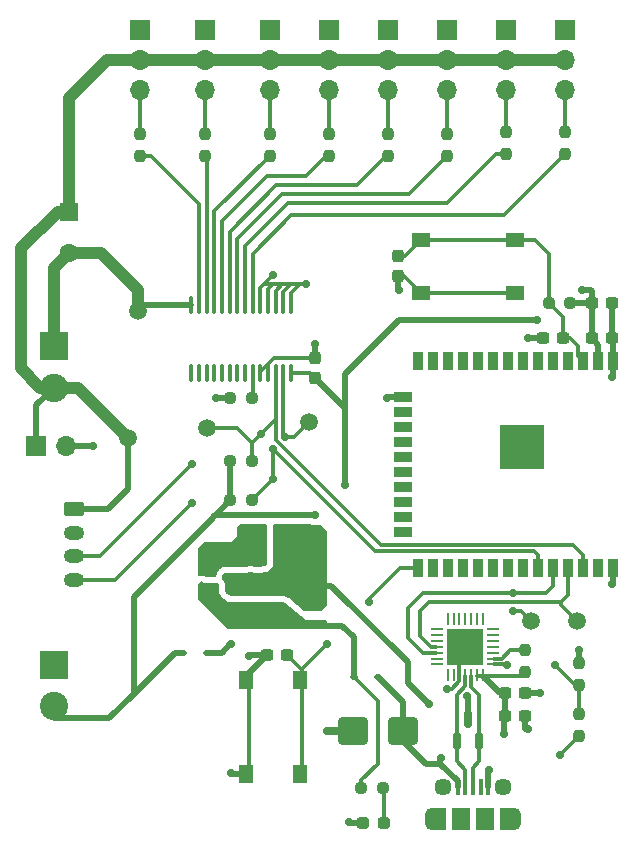
<source format=gbr>
%TF.GenerationSoftware,KiCad,Pcbnew,8.0.4*%
%TF.CreationDate,2024-07-27T14:27:44+01:00*%
%TF.ProjectId,ESP-SPIDER,4553502d-5350-4494-9445-522e6b696361,rev?*%
%TF.SameCoordinates,Original*%
%TF.FileFunction,Copper,L1,Top*%
%TF.FilePolarity,Positive*%
%FSLAX46Y46*%
G04 Gerber Fmt 4.6, Leading zero omitted, Abs format (unit mm)*
G04 Created by KiCad (PCBNEW 8.0.4) date 2024-07-27 14:27:44*
%MOMM*%
%LPD*%
G01*
G04 APERTURE LIST*
G04 Aperture macros list*
%AMRoundRect*
0 Rectangle with rounded corners*
0 $1 Rounding radius*
0 $2 $3 $4 $5 $6 $7 $8 $9 X,Y pos of 4 corners*
0 Add a 4 corners polygon primitive as box body*
4,1,4,$2,$3,$4,$5,$6,$7,$8,$9,$2,$3,0*
0 Add four circle primitives for the rounded corners*
1,1,$1+$1,$2,$3*
1,1,$1+$1,$4,$5*
1,1,$1+$1,$6,$7*
1,1,$1+$1,$8,$9*
0 Add four rect primitives between the rounded corners*
20,1,$1+$1,$2,$3,$4,$5,0*
20,1,$1+$1,$4,$5,$6,$7,0*
20,1,$1+$1,$6,$7,$8,$9,0*
20,1,$1+$1,$8,$9,$2,$3,0*%
G04 Aperture macros list end*
%TA.AperFunction,SMDPad,CuDef*%
%ADD10RoundRect,0.062500X0.062500X-0.412500X0.062500X0.412500X-0.062500X0.412500X-0.062500X-0.412500X0*%
%TD*%
%TA.AperFunction,SMDPad,CuDef*%
%ADD11RoundRect,0.062500X0.412500X-0.062500X0.412500X0.062500X-0.412500X0.062500X-0.412500X-0.062500X0*%
%TD*%
%TA.AperFunction,HeatsinkPad*%
%ADD12R,3.100000X3.100000*%
%TD*%
%TA.AperFunction,ComponentPad*%
%ADD13R,1.700000X1.700000*%
%TD*%
%TA.AperFunction,ComponentPad*%
%ADD14O,1.700000X1.700000*%
%TD*%
%TA.AperFunction,SMDPad,CuDef*%
%ADD15RoundRect,0.250000X-1.000000X-0.900000X1.000000X-0.900000X1.000000X0.900000X-1.000000X0.900000X0*%
%TD*%
%TA.AperFunction,SMDPad,CuDef*%
%ADD16RoundRect,0.112500X-0.187500X-0.112500X0.187500X-0.112500X0.187500X0.112500X-0.187500X0.112500X0*%
%TD*%
%TA.AperFunction,SMDPad,CuDef*%
%ADD17RoundRect,0.150000X0.150000X-0.587500X0.150000X0.587500X-0.150000X0.587500X-0.150000X-0.587500X0*%
%TD*%
%TA.AperFunction,SMDPad,CuDef*%
%ADD18R,0.900000X1.500000*%
%TD*%
%TA.AperFunction,SMDPad,CuDef*%
%ADD19R,1.500000X0.900000*%
%TD*%
%TA.AperFunction,SMDPad,CuDef*%
%ADD20R,0.900000X0.900000*%
%TD*%
%TA.AperFunction,HeatsinkPad*%
%ADD21C,0.600000*%
%TD*%
%TA.AperFunction,SMDPad,CuDef*%
%ADD22R,3.800000X3.800000*%
%TD*%
%TA.AperFunction,SMDPad,CuDef*%
%ADD23RoundRect,0.237500X0.300000X0.237500X-0.300000X0.237500X-0.300000X-0.237500X0.300000X-0.237500X0*%
%TD*%
%TA.AperFunction,SMDPad,CuDef*%
%ADD24RoundRect,0.237500X-0.237500X0.250000X-0.237500X-0.250000X0.237500X-0.250000X0.237500X0.250000X0*%
%TD*%
%TA.AperFunction,SMDPad,CuDef*%
%ADD25C,1.500000*%
%TD*%
%TA.AperFunction,SMDPad,CuDef*%
%ADD26RoundRect,0.237500X0.237500X-0.250000X0.237500X0.250000X-0.237500X0.250000X-0.237500X-0.250000X0*%
%TD*%
%TA.AperFunction,SMDPad,CuDef*%
%ADD27RoundRect,0.100000X-0.100000X0.637500X-0.100000X-0.637500X0.100000X-0.637500X0.100000X0.637500X0*%
%TD*%
%TA.AperFunction,SMDPad,CuDef*%
%ADD28RoundRect,0.237500X-0.250000X-0.237500X0.250000X-0.237500X0.250000X0.237500X-0.250000X0.237500X0*%
%TD*%
%TA.AperFunction,ComponentPad*%
%ADD29R,2.400000X2.400000*%
%TD*%
%TA.AperFunction,ComponentPad*%
%ADD30C,2.400000*%
%TD*%
%TA.AperFunction,SMDPad,CuDef*%
%ADD31RoundRect,0.237500X-0.300000X-0.237500X0.300000X-0.237500X0.300000X0.237500X-0.300000X0.237500X0*%
%TD*%
%TA.AperFunction,ComponentPad*%
%ADD32R,1.600000X1.600000*%
%TD*%
%TA.AperFunction,ComponentPad*%
%ADD33C,1.600000*%
%TD*%
%TA.AperFunction,SMDPad,CuDef*%
%ADD34RoundRect,0.237500X0.250000X0.237500X-0.250000X0.237500X-0.250000X-0.237500X0.250000X-0.237500X0*%
%TD*%
%TA.AperFunction,SMDPad,CuDef*%
%ADD35R,1.300000X1.550000*%
%TD*%
%TA.AperFunction,SMDPad,CuDef*%
%ADD36RoundRect,0.237500X-0.237500X0.300000X-0.237500X-0.300000X0.237500X-0.300000X0.237500X0.300000X0*%
%TD*%
%TA.AperFunction,ComponentPad*%
%ADD37RoundRect,0.250000X-0.625000X0.350000X-0.625000X-0.350000X0.625000X-0.350000X0.625000X0.350000X0*%
%TD*%
%TA.AperFunction,ComponentPad*%
%ADD38O,1.750000X1.200000*%
%TD*%
%TA.AperFunction,SMDPad,CuDef*%
%ADD39RoundRect,0.237500X0.237500X-0.300000X0.237500X0.300000X-0.237500X0.300000X-0.237500X-0.300000X0*%
%TD*%
%TA.AperFunction,SMDPad,CuDef*%
%ADD40RoundRect,0.375000X-0.625000X-0.375000X0.625000X-0.375000X0.625000X0.375000X-0.625000X0.375000X0*%
%TD*%
%TA.AperFunction,SMDPad,CuDef*%
%ADD41RoundRect,0.500000X-0.500000X-1.400000X0.500000X-1.400000X0.500000X1.400000X-0.500000X1.400000X0*%
%TD*%
%TA.AperFunction,SMDPad,CuDef*%
%ADD42R,0.400000X1.350000*%
%TD*%
%TA.AperFunction,ComponentPad*%
%ADD43O,1.200000X1.900000*%
%TD*%
%TA.AperFunction,SMDPad,CuDef*%
%ADD44R,1.200000X1.900000*%
%TD*%
%TA.AperFunction,ComponentPad*%
%ADD45C,1.450000*%
%TD*%
%TA.AperFunction,SMDPad,CuDef*%
%ADD46R,1.500000X1.900000*%
%TD*%
%TA.AperFunction,SMDPad,CuDef*%
%ADD47RoundRect,0.237500X-0.287500X-0.237500X0.287500X-0.237500X0.287500X0.237500X-0.287500X0.237500X0*%
%TD*%
%TA.AperFunction,SMDPad,CuDef*%
%ADD48R,1.550000X1.300000*%
%TD*%
%TA.AperFunction,ViaPad*%
%ADD49C,0.700000*%
%TD*%
%TA.AperFunction,Conductor*%
%ADD50C,0.500000*%
%TD*%
%TA.AperFunction,Conductor*%
%ADD51C,0.300000*%
%TD*%
%TA.AperFunction,Conductor*%
%ADD52C,0.700000*%
%TD*%
%TA.AperFunction,Conductor*%
%ADD53C,1.000000*%
%TD*%
%TA.AperFunction,Conductor*%
%ADD54C,0.200000*%
%TD*%
G04 APERTURE END LIST*
D10*
%TO.P,U2,1,~{DCD}*%
%TO.N,unconnected-(U2-~{DCD}-Pad1)*%
X159564000Y-119411000D03*
%TO.P,U2,2,~{RI}/CLK*%
%TO.N,unconnected-(U2-~{RI}{slash}CLK-Pad2)*%
X160064000Y-119411000D03*
%TO.P,U2,3,GND*%
%TO.N,GND*%
X160564000Y-119411000D03*
%TO.P,U2,4,D+*%
%TO.N,/USB_D-*%
X161064000Y-119411000D03*
%TO.P,U2,5,D-*%
%TO.N,/USB_D+*%
X161564000Y-119411000D03*
%TO.P,U2,6,VDD*%
%TO.N,+3.3VADC*%
X162064000Y-119411000D03*
%TO.P,U2,7,VREGIN*%
X162564000Y-119411000D03*
D11*
%TO.P,U2,8,VBUS*%
%TO.N,Net-(U2-VBUS)*%
X163439000Y-118536000D03*
%TO.P,U2,9,~{RST}*%
%TO.N,Net-(U2-~{RST})*%
X163439000Y-118036000D03*
%TO.P,U2,10,NC*%
%TO.N,unconnected-(U2-NC-Pad10)*%
X163439000Y-117536000D03*
%TO.P,U2,11,~{SUSPEND}*%
%TO.N,unconnected-(U2-~{SUSPEND}-Pad11)*%
X163439000Y-117036000D03*
%TO.P,U2,12,SUSPEND*%
%TO.N,unconnected-(U2-SUSPEND-Pad12)*%
X163439000Y-116536000D03*
%TO.P,U2,13,CHREN*%
%TO.N,unconnected-(U2-CHREN-Pad13)*%
X163439000Y-116036000D03*
%TO.P,U2,14,CHR1*%
%TO.N,unconnected-(U2-CHR1-Pad14)*%
X163439000Y-115536000D03*
D10*
%TO.P,U2,15,CHR0*%
%TO.N,unconnected-(U2-CHR0-Pad15)*%
X162564000Y-114661000D03*
%TO.P,U2,16,~{WAKEUP}/GPIO.3*%
%TO.N,unconnected-(U2-~{WAKEUP}{slash}GPIO.3-Pad16)*%
X162064000Y-114661000D03*
%TO.P,U2,17,RS485/GPIO.2*%
%TO.N,unconnected-(U2-RS485{slash}GPIO.2-Pad17)*%
X161564000Y-114661000D03*
%TO.P,U2,18,~{RXT}/GPIO.1*%
%TO.N,unconnected-(U2-~{RXT}{slash}GPIO.1-Pad18)*%
X161064000Y-114661000D03*
%TO.P,U2,19,~{TXT}/GPIO.0*%
%TO.N,unconnected-(U2-~{TXT}{slash}GPIO.0-Pad19)*%
X160564000Y-114661000D03*
%TO.P,U2,20,GPIO.6*%
%TO.N,unconnected-(U2-GPIO.6-Pad20)*%
X160064000Y-114661000D03*
%TO.P,U2,21,GPIO.5*%
%TO.N,unconnected-(U2-GPIO.5-Pad21)*%
X159564000Y-114661000D03*
D11*
%TO.P,U2,22,GPIO.4*%
%TO.N,unconnected-(U2-GPIO.4-Pad22)*%
X158689000Y-115536000D03*
%TO.P,U2,23,~{CTS}*%
%TO.N,unconnected-(U2-~{CTS}-Pad23)*%
X158689000Y-116036000D03*
%TO.P,U2,24,~{RTS}*%
%TO.N,unconnected-(U2-~{RTS}-Pad24)*%
X158689000Y-116536000D03*
%TO.P,U2,25,RXD*%
%TO.N,/TXD*%
X158689000Y-117036000D03*
%TO.P,U2,26,TXD*%
%TO.N,/RXD*%
X158689000Y-117536000D03*
%TO.P,U2,27,~{DSR}*%
%TO.N,unconnected-(U2-~{DSR}-Pad27)*%
X158689000Y-118036000D03*
%TO.P,U2,28,~{DTR}*%
%TO.N,unconnected-(U2-~{DTR}-Pad28)*%
X158689000Y-118536000D03*
D12*
%TO.P,U2,29,GND*%
%TO.N,GND*%
X161064000Y-117036000D03*
%TD*%
D13*
%TO.P,J13,1,Pin_1*%
%TO.N,+5V*%
X124709000Y-100008000D03*
D14*
%TO.P,J13,2,Pin_2*%
%TO.N,GND*%
X127249000Y-100008000D03*
%TD*%
D15*
%TO.P,D3,1,A1*%
%TO.N,GND*%
X151520000Y-124138000D03*
%TO.P,D3,2,A2*%
%TO.N,Net-(D3-A2)*%
X155820000Y-124138000D03*
%TD*%
D16*
%TO.P,D5,1,K*%
%TO.N,VBUS*%
X151604000Y-119566000D03*
%TO.P,D5,2,A*%
%TO.N,Net-(D3-A2)*%
X153704000Y-119566000D03*
%TD*%
D17*
%TO.P,D4,3,common*%
%TO.N,GND*%
X161290000Y-123122000D03*
%TO.P,D4,2,A2*%
%TO.N,/USB_D+*%
X162240000Y-124997000D03*
%TO.P,D4,1,A1*%
%TO.N,/USB_D-*%
X160340000Y-124997000D03*
%TD*%
D16*
%TO.P,D1,1,K*%
%TO.N,+3.3V*%
X137126000Y-117534000D03*
%TO.P,D1,2,A*%
%TO.N,+3.3VADC*%
X139226000Y-117534000D03*
%TD*%
D18*
%TO.P,U1,1,GND*%
%TO.N,GND*%
X173584000Y-92863000D03*
%TO.P,U1,2,VDD*%
%TO.N,+3.3V*%
X172314000Y-92863000D03*
%TO.P,U1,3,EN*%
%TO.N,/EN*%
X171044000Y-92863000D03*
%TO.P,U1,4,SENSOR_VP*%
%TO.N,unconnected-(U1-SENSOR_VP-Pad4)*%
X169774000Y-92863000D03*
%TO.P,U1,5,SENSOR_VN*%
%TO.N,unconnected-(U1-SENSOR_VN-Pad5)*%
X168504000Y-92863000D03*
%TO.P,U1,6,IO34*%
%TO.N,unconnected-(U1-IO34-Pad6)*%
X167234000Y-92863000D03*
%TO.P,U1,7,IO35*%
%TO.N,unconnected-(U1-IO35-Pad7)*%
X165964000Y-92863000D03*
%TO.P,U1,8,IO32*%
%TO.N,unconnected-(U1-IO32-Pad8)*%
X164694000Y-92863000D03*
%TO.P,U1,9,IO33*%
%TO.N,unconnected-(U1-IO33-Pad9)*%
X163424000Y-92863000D03*
%TO.P,U1,10,IO25*%
%TO.N,unconnected-(U1-IO25-Pad10)*%
X162154000Y-92863000D03*
%TO.P,U1,11,IO26*%
%TO.N,unconnected-(U1-IO26-Pad11)*%
X160884000Y-92863000D03*
%TO.P,U1,12,IO27*%
%TO.N,unconnected-(U1-IO27-Pad12)*%
X159614000Y-92863000D03*
%TO.P,U1,13,IO14*%
%TO.N,unconnected-(U1-IO14-Pad13)*%
X158344000Y-92863000D03*
%TO.P,U1,14,IO12*%
%TO.N,unconnected-(U1-IO12-Pad14)*%
X157074000Y-92863000D03*
D19*
%TO.P,U1,15,GND*%
%TO.N,GND*%
X155824000Y-95903000D03*
%TO.P,U1,16,IO13*%
%TO.N,unconnected-(U1-IO13-Pad16)*%
X155824000Y-97173000D03*
%TO.P,U1,17,NC*%
%TO.N,unconnected-(U1-NC-Pad17)*%
X155824000Y-98443000D03*
%TO.P,U1,18,NC*%
%TO.N,unconnected-(U1-NC-Pad18)*%
X155824000Y-99713000D03*
%TO.P,U1,19,NC*%
%TO.N,unconnected-(U1-NC-Pad19)*%
X155824000Y-100983000D03*
%TO.P,U1,20,NC*%
%TO.N,unconnected-(U1-NC-Pad20)*%
X155824000Y-102253000D03*
%TO.P,U1,21,NC*%
%TO.N,unconnected-(U1-NC-Pad21)*%
X155824000Y-103523000D03*
%TO.P,U1,22,NC*%
%TO.N,unconnected-(U1-NC-Pad22)*%
X155824000Y-104793000D03*
%TO.P,U1,23,IO15*%
%TO.N,unconnected-(U1-IO15-Pad23)*%
X155824000Y-106063000D03*
%TO.P,U1,24,IO2*%
%TO.N,unconnected-(U1-IO2-Pad24)*%
X155824000Y-107333000D03*
D18*
%TO.P,U1,25,IO0*%
%TO.N,/IO0*%
X157074000Y-110363000D03*
%TO.P,U1,26,IO4*%
%TO.N,unconnected-(U1-IO4-Pad26)*%
X158344000Y-110363000D03*
%TO.P,U1,27,IO16*%
%TO.N,unconnected-(U1-IO16-Pad27)*%
X159614000Y-110363000D03*
%TO.P,U1,28,IO17*%
%TO.N,unconnected-(U1-IO17-Pad28)*%
X160884000Y-110363000D03*
%TO.P,U1,29,IO5*%
%TO.N,unconnected-(U1-IO5-Pad29)*%
X162154000Y-110363000D03*
%TO.P,U1,30,IO18*%
%TO.N,unconnected-(U1-IO18-Pad30)*%
X163424000Y-110363000D03*
%TO.P,U1,31,IO19*%
%TO.N,unconnected-(U1-IO19-Pad31)*%
X164694000Y-110363000D03*
%TO.P,U1,32,NC*%
%TO.N,unconnected-(U1-NC-Pad32)*%
X165964000Y-110363000D03*
%TO.P,U1,33,IO21*%
%TO.N,/SDA*%
X167234000Y-110363000D03*
%TO.P,U1,34,RXD0/IO3*%
%TO.N,/RXD*%
X168504000Y-110363000D03*
%TO.P,U1,35,TXD0/IO1*%
%TO.N,/TXD*%
X169774000Y-110363000D03*
%TO.P,U1,36,IO22*%
%TO.N,/SCL*%
X171044000Y-110363000D03*
%TO.P,U1,37,IO23*%
%TO.N,unconnected-(U1-IO23-Pad37)*%
X172314000Y-110363000D03*
%TO.P,U1,38,GND*%
%TO.N,GND*%
X173584000Y-110363000D03*
D20*
%TO.P,U1,39,GND*%
X167264000Y-98713000D03*
D21*
X166564000Y-98713000D03*
D20*
X165864000Y-98713000D03*
D21*
X165164000Y-98713000D03*
D20*
X164464000Y-98713000D03*
D21*
X167264000Y-99413000D03*
X165864000Y-99413000D03*
X164464000Y-99413000D03*
X166564000Y-100088000D03*
X165164000Y-100088000D03*
D20*
X167264000Y-100113000D03*
X165864000Y-100113000D03*
D22*
X165864000Y-100113000D03*
D20*
X164464000Y-100113000D03*
D21*
X167264000Y-100813000D03*
X165864000Y-100813000D03*
X164464000Y-100813000D03*
D20*
X167264000Y-101513000D03*
D21*
X166564000Y-101513000D03*
D20*
X165864000Y-101513000D03*
D21*
X165164000Y-101513000D03*
D20*
X164464000Y-101513000D03*
%TD*%
D23*
%TO.P,C3,1*%
%TO.N,/EN*%
X169348500Y-90911000D03*
%TO.P,C3,2*%
%TO.N,GND*%
X167623500Y-90911000D03*
%TD*%
D24*
%TO.P,R2,1*%
%TO.N,Net-(U2-VBUS)*%
X170692000Y-122764500D03*
%TO.P,R2,2*%
%TO.N,Net-(D3-A2)*%
X170692000Y-124589500D03*
%TD*%
D25*
%TO.P,TP7,1,1*%
%TO.N,/SDA*%
X147832000Y-98023000D03*
%TD*%
D13*
%TO.P,J9,1,Pin_1*%
%TO.N,GND*%
X149504000Y-64838000D03*
D14*
%TO.P,J9,2,Pin_2*%
%TO.N,+5V*%
X149504000Y-67378000D03*
%TO.P,J9,3,Pin_3*%
%TO.N,Net-(J9-Pin_3)*%
X149504000Y-69918000D03*
%TD*%
D13*
%TO.P,J4,1,Pin_1*%
%TO.N,GND*%
X133504000Y-64863000D03*
D14*
%TO.P,J4,2,Pin_2*%
%TO.N,+5V*%
X133504000Y-67403000D03*
%TO.P,J4,3,Pin_3*%
%TO.N,Net-(J4-Pin_3)*%
X133504000Y-69943000D03*
%TD*%
D13*
%TO.P,J3,1,Pin_1*%
%TO.N,GND*%
X139004000Y-64838000D03*
D14*
%TO.P,J3,2,Pin_2*%
%TO.N,+5V*%
X139004000Y-67378000D03*
%TO.P,J3,3,Pin_3*%
%TO.N,Net-(J3-Pin_3)*%
X139004000Y-69918000D03*
%TD*%
D13*
%TO.P,J5,1,Pin_1*%
%TO.N,GND*%
X169504000Y-64813000D03*
D14*
%TO.P,J5,2,Pin_2*%
%TO.N,+5V*%
X169504000Y-67353000D03*
%TO.P,J5,3,Pin_3*%
%TO.N,Net-(J5-Pin_3)*%
X169504000Y-69893000D03*
%TD*%
D26*
%TO.P,R11,1*%
%TO.N,/PWM6*%
X139004000Y-75483000D03*
%TO.P,R11,2*%
%TO.N,Net-(J3-Pin_3)*%
X139004000Y-73658000D03*
%TD*%
D27*
%TO.P,U5,1,A0*%
%TO.N,GND*%
X146304000Y-88138000D03*
%TO.P,U5,2,A1*%
X145654000Y-88138000D03*
%TO.P,U5,3,A2*%
X145004000Y-88138000D03*
%TO.P,U5,4,A3*%
X144354000Y-88138000D03*
%TO.P,U5,5,A4*%
X143704000Y-88138000D03*
%TO.P,U5,6,LED0*%
%TO.N,/PWM0*%
X143054000Y-88138000D03*
%TO.P,U5,7,LED1*%
%TO.N,/PWM1*%
X142404000Y-88138000D03*
%TO.P,U5,8,LED2*%
%TO.N,/PWM2*%
X141754000Y-88138000D03*
%TO.P,U5,9,LED3*%
%TO.N,/PWM3*%
X141104000Y-88138000D03*
%TO.P,U5,10,LED4*%
%TO.N,/PWM4*%
X140454000Y-88138000D03*
%TO.P,U5,11,LED5*%
%TO.N,/PWM5*%
X139804000Y-88138000D03*
%TO.P,U5,12,LED6*%
%TO.N,/PWM6*%
X139154000Y-88138000D03*
%TO.P,U5,13,LED7*%
%TO.N,/PWM7*%
X138504000Y-88138000D03*
%TO.P,U5,14,VSS*%
%TO.N,GND*%
X137854000Y-88138000D03*
%TO.P,U5,15,LED8*%
%TO.N,unconnected-(U5-LED8-Pad15)*%
X137854000Y-93863000D03*
%TO.P,U5,16,LED9*%
%TO.N,unconnected-(U5-LED9-Pad16)*%
X138504000Y-93863000D03*
%TO.P,U5,17,LED10*%
%TO.N,unconnected-(U5-LED10-Pad17)*%
X139154000Y-93863000D03*
%TO.P,U5,18,LED11*%
%TO.N,unconnected-(U5-LED11-Pad18)*%
X139804000Y-93863000D03*
%TO.P,U5,19,LED12*%
%TO.N,unconnected-(U5-LED12-Pad19)*%
X140454000Y-93863000D03*
%TO.P,U5,20,LED13*%
%TO.N,unconnected-(U5-LED13-Pad20)*%
X141104000Y-93863000D03*
%TO.P,U5,21,LED14*%
%TO.N,unconnected-(U5-LED14-Pad21)*%
X141754000Y-93863000D03*
%TO.P,U5,22,LED15*%
%TO.N,unconnected-(U5-LED15-Pad22)*%
X142404000Y-93863000D03*
%TO.P,U5,23,~{OE}*%
%TO.N,Net-(U5-~{OE})*%
X143054000Y-93863000D03*
%TO.P,U5,24,A5*%
%TO.N,GND*%
X143704000Y-93863000D03*
%TO.P,U5,25,EXTCLK*%
X144354000Y-93863000D03*
%TO.P,U5,26,SCL*%
%TO.N,/SCL*%
X145004000Y-93863000D03*
%TO.P,U5,27,SDA*%
%TO.N,/SDA*%
X145654000Y-93863000D03*
%TO.P,U5,28,VDD*%
%TO.N,+3.3V*%
X146304000Y-93863000D03*
%TD*%
D25*
%TO.P,TXD1,1,1*%
%TO.N,/RXD*%
X166624000Y-114863000D03*
%TD*%
D23*
%TO.P,C6,1*%
%TO.N,+3.3VADC*%
X145504000Y-107363000D03*
%TO.P,C6,2*%
%TO.N,GND*%
X143779000Y-107363000D03*
%TD*%
D26*
%TO.P,R16,1*%
%TO.N,/PWM3*%
X154504000Y-75483000D03*
%TO.P,R16,2*%
%TO.N,Net-(J8-Pin_3)*%
X154504000Y-73658000D03*
%TD*%
D28*
%TO.P,R7,1*%
%TO.N,VBUS*%
X152249500Y-128964000D03*
%TO.P,R7,2*%
%TO.N,Net-(D2-A)*%
X154074500Y-128964000D03*
%TD*%
D29*
%TO.P,J10,1,Pin_1*%
%TO.N,GND*%
X126204000Y-91613000D03*
D30*
%TO.P,J10,2,Pin_2*%
%TO.N,+5V*%
X126204000Y-95113000D03*
%TD*%
D13*
%TO.P,J8,1,Pin_1*%
%TO.N,GND*%
X154504000Y-64838000D03*
D14*
%TO.P,J8,2,Pin_2*%
%TO.N,+5V*%
X154504000Y-67378000D03*
%TO.P,J8,3,Pin_3*%
%TO.N,Net-(J8-Pin_3)*%
X154504000Y-69918000D03*
%TD*%
D31*
%TO.P,C2,1*%
%TO.N,+3.3V*%
X171761000Y-87911000D03*
%TO.P,C2,2*%
%TO.N,GND*%
X173486000Y-87911000D03*
%TD*%
D29*
%TO.P,J11,1,Pin_1*%
%TO.N,GND*%
X126204000Y-118550000D03*
D30*
%TO.P,J11,2,Pin_2*%
%TO.N,+3.3V*%
X126204000Y-122050000D03*
%TD*%
D32*
%TO.P,C11,1*%
%TO.N,+5V*%
X127504000Y-80210349D03*
D33*
%TO.P,C11,2*%
%TO.N,GND*%
X127504000Y-83710349D03*
%TD*%
D13*
%TO.P,J2,1,Pin_1*%
%TO.N,GND*%
X144504000Y-64853000D03*
D14*
%TO.P,J2,2,Pin_2*%
%TO.N,+5V*%
X144504000Y-67393000D03*
%TO.P,J2,3,Pin_3*%
%TO.N,Net-(J2-Pin_3)*%
X144504000Y-69933000D03*
%TD*%
D34*
%TO.P,R1,1*%
%TO.N,+3.3V*%
X169948500Y-87911000D03*
%TO.P,R1,2*%
%TO.N,/EN*%
X168123500Y-87911000D03*
%TD*%
D35*
%TO.P,SW2,1,1*%
%TO.N,GND*%
X142530000Y-127838000D03*
X142530000Y-119888000D03*
%TO.P,SW2,2,2*%
%TO.N,/IO0*%
X147030000Y-127838000D03*
X147030000Y-119888000D03*
%TD*%
D25*
%TO.P,RXD1,1,1*%
%TO.N,/TXD*%
X170504000Y-114863000D03*
%TD*%
D26*
%TO.P,R15,1*%
%TO.N,/PWM2*%
X159504000Y-75483000D03*
%TO.P,R15,2*%
%TO.N,Net-(J7-Pin_3)*%
X159504000Y-73658000D03*
%TD*%
%TO.P,R14,1*%
%TO.N,/PWM1*%
X164504000Y-75308000D03*
%TO.P,R14,2*%
%TO.N,Net-(J6-Pin_3)*%
X164504000Y-73483000D03*
%TD*%
D25*
%TO.P,TP6,1,1*%
%TO.N,/SCL*%
X139196000Y-98531000D03*
%TD*%
D36*
%TO.P,C8,1*%
%TO.N,/EN*%
X155363000Y-83952500D03*
%TO.P,C8,2*%
%TO.N,GND*%
X155363000Y-85677500D03*
%TD*%
D26*
%TO.P,R10,1*%
%TO.N,/PWM5*%
X144504000Y-75483000D03*
%TO.P,R10,2*%
%TO.N,Net-(J2-Pin_3)*%
X144504000Y-73658000D03*
%TD*%
%TO.P,R12,1*%
%TO.N,/PWM7*%
X133504000Y-75483000D03*
%TO.P,R12,2*%
%TO.N,Net-(J4-Pin_3)*%
X133504000Y-73658000D03*
%TD*%
D37*
%TO.P,J12,1,Pin_1*%
%TO.N,+5V*%
X127954000Y-105390000D03*
D38*
%TO.P,J12,2,Pin_2*%
%TO.N,GND*%
X127954000Y-107390000D03*
%TO.P,J12,3,Pin_3*%
%TO.N,/SCL*%
X127954000Y-109390000D03*
%TO.P,J12,4,Pin_4*%
%TO.N,/SDA*%
X127954000Y-111390000D03*
%TD*%
D28*
%TO.P,R5,1*%
%TO.N,+3.3V*%
X141181000Y-104627000D03*
%TO.P,R5,2*%
%TO.N,/SDA*%
X143006000Y-104627000D03*
%TD*%
D26*
%TO.P,R9,1*%
%TO.N,/PWM4*%
X149504000Y-75483000D03*
%TO.P,R9,2*%
%TO.N,Net-(J9-Pin_3)*%
X149504000Y-73658000D03*
%TD*%
D28*
%TO.P,R17,1*%
%TO.N,+3.3V*%
X141181000Y-101325000D03*
%TO.P,R17,2*%
%TO.N,/SCL*%
X143006000Y-101325000D03*
%TD*%
D39*
%TO.P,C7,1*%
%TO.N,VBUS*%
X139504000Y-112363000D03*
%TO.P,C7,2*%
%TO.N,GND*%
X139504000Y-110638000D03*
%TD*%
D26*
%TO.P,R13,1*%
%TO.N,/PWM0*%
X169504000Y-75308000D03*
%TO.P,R13,2*%
%TO.N,Net-(J5-Pin_3)*%
X169504000Y-73483000D03*
%TD*%
D31*
%TO.P,C5,1*%
%TO.N,+3.3VADC*%
X164391000Y-120936000D03*
%TO.P,C5,2*%
%TO.N,GND*%
X166116000Y-120936000D03*
%TD*%
D25*
%TO.P,+5V1,1,1*%
%TO.N,+5V*%
X132504000Y-99363000D03*
%TD*%
D40*
%TO.P,U4,1,GND*%
%TO.N,GND*%
X141704000Y-109563000D03*
%TO.P,U4,2,VO*%
%TO.N,+3.3VADC*%
X141704000Y-111863000D03*
D41*
X148004000Y-111863000D03*
D40*
%TO.P,U4,3,VI*%
%TO.N,VBUS*%
X141704000Y-114163000D03*
%TD*%
D31*
%TO.P,C1,1*%
%TO.N,+3.3V*%
X171761000Y-90911000D03*
%TO.P,C1,2*%
%TO.N,GND*%
X173486000Y-90911000D03*
%TD*%
D13*
%TO.P,J7,1,Pin_1*%
%TO.N,GND*%
X159504000Y-64853000D03*
D14*
%TO.P,J7,2,Pin_2*%
%TO.N,+5V*%
X159504000Y-67393000D03*
%TO.P,J7,3,Pin_3*%
%TO.N,Net-(J7-Pin_3)*%
X159504000Y-69933000D03*
%TD*%
D25*
%TO.P,GND1,1,1*%
%TO.N,GND*%
X133354000Y-88625000D03*
%TD*%
D26*
%TO.P,R4,1*%
%TO.N,+3.3VADC*%
X166117000Y-119155000D03*
%TO.P,R4,2*%
%TO.N,Net-(U2-~{RST})*%
X166117000Y-117330000D03*
%TD*%
D42*
%TO.P,J1,1,VBUS*%
%TO.N,Net-(D3-A2)*%
X160415000Y-128884000D03*
%TO.P,J1,2,D-*%
%TO.N,/USB_D-*%
X161065000Y-128884000D03*
%TO.P,J1,3,D+*%
%TO.N,/USB_D+*%
X161715000Y-128884000D03*
%TO.P,J1,4,ID*%
%TO.N,unconnected-(J1-ID-Pad4)*%
X162365000Y-128884000D03*
%TO.P,J1,5,GND*%
%TO.N,GND*%
X163015000Y-128884000D03*
D43*
%TO.P,J1,6,Shield*%
%TO.N,unconnected-(J1-Shield-Pad6)_7*%
X158215000Y-131584000D03*
D44*
%TO.N,unconnected-(J1-Shield-Pad6)_6*%
X158815000Y-131584000D03*
D45*
%TO.N,unconnected-(J1-Shield-Pad6)_5*%
X159215000Y-128884000D03*
D46*
%TO.N,unconnected-(J1-Shield-Pad6)_2*%
X160715000Y-131584000D03*
%TO.N,unconnected-(J1-Shield-Pad6)*%
X162715000Y-131584000D03*
D45*
%TO.N,unconnected-(J1-Shield-Pad6)_1*%
X164215000Y-128884000D03*
D44*
%TO.N,unconnected-(J1-Shield-Pad6)_4*%
X164615000Y-131584000D03*
D43*
%TO.N,unconnected-(J1-Shield-Pad6)_3*%
X165215000Y-131584000D03*
%TD*%
D47*
%TO.P,D2,1,K*%
%TO.N,GND*%
X152412000Y-131964000D03*
%TO.P,D2,2,A*%
%TO.N,Net-(D2-A)*%
X154162000Y-131964000D03*
%TD*%
D39*
%TO.P,C10,1*%
%TO.N,+3.3V*%
X148340000Y-94313500D03*
%TO.P,C10,2*%
%TO.N,GND*%
X148340000Y-92588500D03*
%TD*%
D48*
%TO.P,SW1,1,1*%
%TO.N,GND*%
X165269000Y-87101000D03*
X157319000Y-87101000D03*
%TO.P,SW1,2,2*%
%TO.N,/EN*%
X165269000Y-82601000D03*
X157319000Y-82601000D03*
%TD*%
D34*
%TO.P,R8,1*%
%TO.N,Net-(U5-~{OE})*%
X142991500Y-96000500D03*
%TO.P,R8,2*%
%TO.N,GND*%
X141166500Y-96000500D03*
%TD*%
D31*
%TO.P,C4,1*%
%TO.N,+3.3VADC*%
X164391000Y-122936000D03*
%TO.P,C4,2*%
%TO.N,GND*%
X166116000Y-122936000D03*
%TD*%
D13*
%TO.P,J6,1,Pin_1*%
%TO.N,GND*%
X164504000Y-64853000D03*
D14*
%TO.P,J6,2,Pin_2*%
%TO.N,+5V*%
X164504000Y-67393000D03*
%TO.P,J6,3,Pin_3*%
%TO.N,Net-(J6-Pin_3)*%
X164504000Y-69933000D03*
%TD*%
D26*
%TO.P,R3,1*%
%TO.N,Net-(U2-VBUS)*%
X170692000Y-120264500D03*
%TO.P,R3,2*%
%TO.N,GND*%
X170692000Y-118439500D03*
%TD*%
D23*
%TO.P,C9,1*%
%TO.N,/IO0*%
X146004000Y-117773000D03*
%TO.P,C9,2*%
%TO.N,GND*%
X144279000Y-117773000D03*
%TD*%
D49*
%TO.N,GND*%
X129540000Y-100008000D03*
X149352000Y-124138000D03*
X163068000Y-127440000D03*
%TO.N,Net-(D3-A2)*%
X159004000Y-126424000D03*
X169064500Y-126217000D03*
%TO.N,GND*%
X141224000Y-127762000D03*
X173486000Y-111739000D03*
X144780000Y-85598000D03*
X173482000Y-94234000D03*
X154432000Y-96012000D03*
X147574000Y-86360000D03*
X151192500Y-131863000D03*
X166374000Y-124012000D03*
X159516000Y-120629000D03*
X143510000Y-108966000D03*
X155448000Y-86868000D03*
X142752000Y-117835000D03*
X143510000Y-109982000D03*
X142240000Y-107442000D03*
X139954000Y-109220000D03*
X138938000Y-109220000D03*
X170692000Y-117327000D03*
X167406000Y-120964000D03*
X148340000Y-91419000D03*
X139954000Y-96012000D03*
X161234000Y-121197000D03*
X166370000Y-90932000D03*
%TO.N,+3.3V*%
X150876000Y-103378000D03*
X167132000Y-89408000D03*
X148336000Y-105918000D03*
X170942000Y-86868000D03*
%TO.N,/IO0*%
X152933500Y-113241500D03*
X149377500Y-116797500D03*
%TO.N,/SDA*%
X137926000Y-104881000D03*
X144784000Y-100309000D03*
X145800000Y-99293000D03*
X144784000Y-102849000D03*
%TO.N,/SCL*%
X137926000Y-101579000D03*
X143751000Y-99022000D03*
%TO.N,Net-(U2-VBUS)*%
X164596000Y-118597000D03*
X168660000Y-118597000D03*
%TO.N,/RXD*%
X165100000Y-112501000D03*
X165100000Y-114046000D03*
%TO.N,+3.3VADC*%
X157988000Y-121920000D03*
X164338000Y-124460000D03*
X145034000Y-112014000D03*
X141224000Y-116840000D03*
%TD*%
D50*
%TO.N,GND*%
X127249000Y-100008000D02*
X129540000Y-100008000D01*
%TO.N,+5V*%
X124709000Y-96608000D02*
X126204000Y-95113000D01*
X124709000Y-100008000D02*
X124709000Y-96608000D01*
X130804000Y-105390000D02*
X130814000Y-105400000D01*
X127954000Y-105390000D02*
X130804000Y-105390000D01*
X132504000Y-103710000D02*
X130814000Y-105400000D01*
X132504000Y-99363000D02*
X132504000Y-103710000D01*
D51*
%TO.N,/SCL*%
X130115000Y-109390000D02*
X137926000Y-101579000D01*
X127954000Y-109390000D02*
X130115000Y-109390000D01*
%TO.N,/SDA*%
X131417000Y-111390000D02*
X137926000Y-104881000D01*
X127954000Y-111390000D02*
X131417000Y-111390000D01*
D50*
%TO.N,+3.3VADC*%
X140462000Y-117534000D02*
X139226000Y-117534000D01*
X141156000Y-116840000D02*
X140462000Y-117534000D01*
X141224000Y-116840000D02*
X141156000Y-116840000D01*
%TO.N,+3.3V*%
X136449000Y-117534000D02*
X137126000Y-117534000D01*
X132970000Y-121013000D02*
X136449000Y-117534000D01*
D52*
%TO.N,GND*%
X151520000Y-124138000D02*
X149352000Y-124138000D01*
D51*
%TO.N,VBUS*%
X152249500Y-128352500D02*
X152249500Y-128964000D01*
X153670000Y-121632000D02*
X153670000Y-126932000D01*
X153670000Y-126932000D02*
X152249500Y-128352500D01*
X151604000Y-119566000D02*
X153670000Y-121632000D01*
D50*
%TO.N,GND*%
X163015000Y-127493000D02*
X163068000Y-127440000D01*
X163015000Y-128884000D02*
X163015000Y-127493000D01*
%TO.N,Net-(D3-A2)*%
X158924701Y-126503299D02*
X159004000Y-126424000D01*
X158924701Y-126932000D02*
X158924701Y-126503299D01*
X155820000Y-125018000D02*
X155820000Y-124138000D01*
X157734000Y-126932000D02*
X155820000Y-125018000D01*
X158924701Y-126932000D02*
X157734000Y-126932000D01*
X160415000Y-128422299D02*
X158924701Y-126932000D01*
X160415000Y-128884000D02*
X160415000Y-128422299D01*
D51*
%TO.N,/IO0*%
X155558000Y-110363000D02*
X157074000Y-110363000D01*
X152933500Y-112987500D02*
X155558000Y-110363000D01*
X152933500Y-113241500D02*
X152933500Y-112987500D01*
X147254000Y-118921000D02*
X147254000Y-119888000D01*
X149377500Y-116797500D02*
X147254000Y-118921000D01*
D50*
%TO.N,VBUS*%
X150622000Y-115248000D02*
X147828000Y-115248000D01*
X151604000Y-119566000D02*
X151604000Y-116230000D01*
X151604000Y-116230000D02*
X150622000Y-115248000D01*
%TO.N,Net-(D3-A2)*%
X155820000Y-121682000D02*
X153704000Y-119566000D01*
X155820000Y-124138000D02*
X155820000Y-121682000D01*
D51*
%TO.N,/USB_D+*%
X162240000Y-122543500D02*
X162240000Y-124997000D01*
X162244000Y-122539500D02*
X162240000Y-122543500D01*
%TO.N,/USB_D-*%
X160340000Y-122543500D02*
X160340000Y-124997000D01*
X160344000Y-122539500D02*
X160340000Y-122543500D01*
%TO.N,/USB_D+*%
X161715000Y-127269000D02*
X162240000Y-126744000D01*
X162240000Y-126744000D02*
X162240000Y-124997000D01*
X161715000Y-128884000D02*
X161715000Y-127269000D01*
%TO.N,/USB_D-*%
X161065000Y-127469000D02*
X160340000Y-126744000D01*
X160340000Y-126744000D02*
X160340000Y-124997000D01*
X161065000Y-128884000D02*
X161065000Y-127469000D01*
%TO.N,/SDA*%
X166879000Y-108958000D02*
X167234000Y-109313000D01*
X153433000Y-108958000D02*
X166879000Y-108958000D01*
X167234000Y-109313000D02*
X167234000Y-110363000D01*
X144784000Y-100309000D02*
X153433000Y-108958000D01*
%TO.N,/SCL*%
X145004000Y-99513000D02*
X145004000Y-97769000D01*
X170189000Y-108458000D02*
X153949000Y-108458000D01*
X171044000Y-109313000D02*
X170189000Y-108458000D01*
X171044000Y-110363000D02*
X171044000Y-109313000D01*
X153949000Y-108458000D02*
X145004000Y-99513000D01*
D53*
%TO.N,GND*%
X126204000Y-91613000D02*
X126204000Y-85010349D01*
D50*
X142754000Y-119888000D02*
X142754000Y-119298000D01*
X141300000Y-127838000D02*
X141224000Y-127762000D01*
X148340000Y-92588500D02*
X148340000Y-91419000D01*
X166116000Y-123992000D02*
X166136000Y-124012000D01*
X167623500Y-90911000D02*
X167619000Y-90911000D01*
D51*
X144787251Y-92692251D02*
X144891001Y-92588500D01*
X144018000Y-86360000D02*
X144780000Y-86360000D01*
X173584000Y-91009000D02*
X173486000Y-90911000D01*
D50*
X142754000Y-127838000D02*
X141300000Y-127838000D01*
D53*
X133354000Y-86847000D02*
X133354000Y-88625000D01*
D50*
X173584000Y-94132000D02*
X173482000Y-94234000D01*
X155363000Y-86783000D02*
X155448000Y-86868000D01*
D51*
X165269000Y-87101000D02*
X157319000Y-87101000D01*
D50*
X155363000Y-85677500D02*
X155363000Y-86783000D01*
X133841000Y-88138000D02*
X133354000Y-88625000D01*
D51*
X146304000Y-88138000D02*
X146304000Y-87122000D01*
X145004000Y-86898000D02*
X145542000Y-86360000D01*
D50*
X142754000Y-119298000D02*
X144279000Y-117773000D01*
X170692000Y-118439500D02*
X170692000Y-117327000D01*
X161294000Y-122539500D02*
X161294000Y-121257000D01*
X154541000Y-95903000D02*
X154432000Y-96012000D01*
X173584000Y-92863000D02*
X173584000Y-91009000D01*
D51*
X146304000Y-87122000D02*
X147066000Y-86360000D01*
X147066000Y-86360000D02*
X147574000Y-86360000D01*
D53*
X126204000Y-85010349D02*
X127504000Y-83710349D01*
D50*
X152412000Y-131964000D02*
X151293500Y-131964000D01*
X144279000Y-117773000D02*
X142814000Y-117773000D01*
X167623500Y-90911000D02*
X166391000Y-90911000D01*
D51*
X159906096Y-120629000D02*
X159516000Y-120629000D01*
D50*
X166116000Y-122936000D02*
X166116000Y-123992000D01*
D51*
X144354000Y-86786000D02*
X144780000Y-86360000D01*
X143704000Y-93775502D02*
X144787251Y-92692251D01*
D50*
X139965500Y-96000500D02*
X139954000Y-96012000D01*
D51*
X146304000Y-86360000D02*
X147066000Y-86360000D01*
X145542000Y-86360000D02*
X146304000Y-86360000D01*
X143704000Y-88138000D02*
X143704000Y-86674000D01*
X155363000Y-85677500D02*
X155895500Y-85677500D01*
X145004000Y-88138000D02*
X145004000Y-86898000D01*
D50*
X167378000Y-120936000D02*
X167406000Y-120964000D01*
D51*
X160564000Y-117536000D02*
X161064000Y-117036000D01*
D50*
X173486000Y-90911000D02*
X173486000Y-87911000D01*
X166116000Y-120936000D02*
X167378000Y-120936000D01*
X142814000Y-117773000D02*
X142752000Y-117835000D01*
D51*
X160564000Y-119486000D02*
X160564000Y-119971096D01*
D50*
X155824000Y-95903000D02*
X154541000Y-95903000D01*
X166391000Y-90911000D02*
X166370000Y-90932000D01*
X151293500Y-131964000D02*
X151192500Y-131863000D01*
D51*
X145654000Y-87010000D02*
X146304000Y-86360000D01*
D50*
X173584000Y-110363000D02*
X173584000Y-111641000D01*
D51*
X160564000Y-119971096D02*
X159906096Y-120629000D01*
X144891001Y-92588500D02*
X148340000Y-92588500D01*
X144354000Y-93125501D02*
X144787251Y-92692251D01*
X143704000Y-93863000D02*
X143704000Y-93775502D01*
X145654000Y-88138000D02*
X145654000Y-87010000D01*
X142754000Y-127838000D02*
X142754000Y-119888000D01*
X155895500Y-85677500D02*
X157319000Y-87101000D01*
D50*
X142754000Y-117837000D02*
X142752000Y-117835000D01*
D53*
X127504000Y-83710349D02*
X130217349Y-83710349D01*
D50*
X173584000Y-92863000D02*
X173584000Y-94132000D01*
X141166500Y-96000500D02*
X139965500Y-96000500D01*
X137854000Y-88138000D02*
X133841000Y-88138000D01*
D51*
X144018000Y-86360000D02*
X144780000Y-85598000D01*
D53*
X130217349Y-83710349D02*
X133354000Y-86847000D01*
D50*
X173584000Y-111641000D02*
X173486000Y-111739000D01*
X161294000Y-121257000D02*
X161234000Y-121197000D01*
D51*
X160564000Y-119486000D02*
X160564000Y-117536000D01*
X143704000Y-86674000D02*
X144018000Y-86360000D01*
X144354000Y-93863000D02*
X144354000Y-93125501D01*
X144780000Y-86360000D02*
X145542000Y-86360000D01*
X144354000Y-88138000D02*
X144354000Y-86786000D01*
D50*
%TO.N,+3.3V*%
X170942000Y-86868000D02*
X170942000Y-86917500D01*
X150876000Y-93980000D02*
X154940000Y-89916000D01*
X150876000Y-96849500D02*
X150876000Y-93980000D01*
X171761000Y-87911000D02*
X171761000Y-90911000D01*
X141181000Y-101325000D02*
X141181000Y-104627000D01*
X172314000Y-92863000D02*
X172314000Y-91464000D01*
X132970000Y-112838000D02*
X132970000Y-121013000D01*
X154940000Y-89916000D02*
X155448000Y-89408000D01*
X126204000Y-123113000D02*
X130870000Y-123113000D01*
X132970000Y-112838000D02*
X139287000Y-106521000D01*
X155448000Y-89408000D02*
X167132000Y-89408000D01*
X172314000Y-91464000D02*
X171761000Y-90911000D01*
X150876000Y-96849500D02*
X148340000Y-94313500D01*
X132970000Y-121013000D02*
X130870000Y-123113000D01*
X171761000Y-87911000D02*
X169948500Y-87911000D01*
X139890000Y-105918000D02*
X148336000Y-105918000D01*
X171761000Y-86925000D02*
X171761000Y-87911000D01*
D51*
X147889500Y-93863000D02*
X148340000Y-94313500D01*
X146304000Y-93863000D02*
X147889500Y-93863000D01*
D50*
X171704000Y-86868000D02*
X171761000Y-86925000D01*
X170942000Y-86868000D02*
X171704000Y-86868000D01*
X139287000Y-106521000D02*
X141181000Y-104627000D01*
X139287000Y-106521000D02*
X139890000Y-105918000D01*
X150876000Y-103378000D02*
X150876000Y-96849500D01*
D51*
%TO.N,/EN*%
X170574000Y-91580000D02*
X169905000Y-90911000D01*
X155967500Y-83952500D02*
X157319000Y-82601000D01*
X170574000Y-92393000D02*
X170574000Y-91580000D01*
X165269000Y-82601000D02*
X157319000Y-82601000D01*
X166954000Y-82601000D02*
X168123500Y-83770500D01*
X168123500Y-83770500D02*
X168123500Y-87911000D01*
X169348500Y-89136000D02*
X168123500Y-87911000D01*
X165269000Y-82601000D02*
X166954000Y-82601000D01*
X155363000Y-83952500D02*
X155967500Y-83952500D01*
X171044000Y-92863000D02*
X170574000Y-92393000D01*
X169348500Y-90911000D02*
X169348500Y-89136000D01*
X169905000Y-90911000D02*
X169348500Y-90911000D01*
D52*
%TO.N,VBUS*%
X141704000Y-114163000D02*
X141304000Y-114163000D01*
D51*
%TO.N,/IO0*%
X147254000Y-127838000D02*
X147254000Y-119888000D01*
X147254000Y-119023000D02*
X146004000Y-117773000D01*
X147254000Y-119888000D02*
X147254000Y-119023000D01*
D53*
%TO.N,+5V*%
X126204000Y-95113000D02*
X125085000Y-95113000D01*
X126204000Y-95113000D02*
X128254000Y-95113000D01*
X123444000Y-93472000D02*
X123444000Y-83312000D01*
X130750000Y-67353000D02*
X169504000Y-67353000D01*
X128254000Y-95113000D02*
X132504000Y-99363000D01*
X127504000Y-70599000D02*
X130750000Y-67353000D01*
X125085000Y-95113000D02*
X123444000Y-93472000D01*
X123444000Y-83312000D02*
X126545651Y-80210349D01*
X127504000Y-80210349D02*
X127504000Y-70599000D01*
D51*
X126545651Y-80210349D02*
X127504000Y-80210349D01*
%TO.N,Net-(D3-A2)*%
X169064500Y-126217000D02*
X170692000Y-124589500D01*
%TO.N,Net-(D2-A)*%
X154162000Y-131964000D02*
X154162000Y-129051500D01*
X154162000Y-129051500D02*
X154074500Y-128964000D01*
%TO.N,Net-(J2-Pin_3)*%
X144504000Y-73658000D02*
X144504000Y-69933000D01*
%TO.N,Net-(J3-Pin_3)*%
X139004000Y-73658000D02*
X139004000Y-69918000D01*
%TO.N,Net-(J4-Pin_3)*%
X133504000Y-73658000D02*
X133504000Y-69943000D01*
%TO.N,Net-(J5-Pin_3)*%
X169504000Y-73483000D02*
X169504000Y-69893000D01*
%TO.N,Net-(J6-Pin_3)*%
X164504000Y-73483000D02*
X164504000Y-69933000D01*
%TO.N,Net-(J7-Pin_3)*%
X159504000Y-73658000D02*
X159504000Y-69933000D01*
%TO.N,Net-(J8-Pin_3)*%
X154504000Y-73658000D02*
X154504000Y-69918000D01*
%TO.N,Net-(J9-Pin_3)*%
X149504000Y-73658000D02*
X149504000Y-69918000D01*
%TO.N,/SDA*%
X146562000Y-99293000D02*
X147832000Y-98023000D01*
X144784000Y-102849000D02*
X144784000Y-100309000D01*
X145800000Y-99293000D02*
X145654000Y-99147000D01*
X145800000Y-99293000D02*
X146562000Y-99293000D01*
X143006000Y-104627000D02*
X144784000Y-102849000D01*
X145654000Y-99147000D02*
X145654000Y-93863000D01*
%TO.N,/SCL*%
X145004000Y-97769000D02*
X145004000Y-93863000D01*
X143751000Y-99022000D02*
X145004000Y-97769000D01*
X143006000Y-99801000D02*
X141736000Y-98531000D01*
X143006000Y-101325000D02*
X143006000Y-99767000D01*
X143006000Y-101325000D02*
X143006000Y-99801000D01*
X141736000Y-98531000D02*
X139196000Y-98531000D01*
X143006000Y-99767000D02*
X143751000Y-99022000D01*
%TO.N,Net-(U2-VBUS)*%
X168660000Y-118597000D02*
X170327500Y-120264500D01*
X170692000Y-122764500D02*
X170692000Y-120264500D01*
X164535000Y-118536000D02*
X164596000Y-118597000D01*
X163514000Y-118536000D02*
X164535000Y-118536000D01*
X170327500Y-120264500D02*
X170692000Y-120264500D01*
%TO.N,Net-(U2-~{RST})*%
X164873050Y-117330000D02*
X166117000Y-117330000D01*
X163514000Y-118036000D02*
X164167050Y-118036000D01*
X164167050Y-118036000D02*
X164873050Y-117330000D01*
%TO.N,Net-(U5-~{OE})*%
X143054000Y-95938000D02*
X142991500Y-96000500D01*
X143054000Y-93863000D02*
X143054000Y-95938000D01*
%TO.N,/PWM4*%
X149290000Y-75483000D02*
X149504000Y-75483000D01*
X140454000Y-88138000D02*
X140454000Y-81017000D01*
X144276000Y-77195000D02*
X147578000Y-77195000D01*
X140454000Y-81017000D02*
X144276000Y-77195000D01*
X147578000Y-77195000D02*
X149290000Y-75483000D01*
%TO.N,/PWM5*%
X139804000Y-88138000D02*
X139804000Y-80183000D01*
X139804000Y-80183000D02*
X144504000Y-75483000D01*
%TO.N,/PWM6*%
X139154000Y-88138000D02*
X139154000Y-75633000D01*
X139154000Y-75633000D02*
X139004000Y-75483000D01*
%TO.N,/PWM7*%
X138504000Y-79551000D02*
X134436000Y-75483000D01*
X134436000Y-75483000D02*
X133504000Y-75483000D01*
X138504000Y-88138000D02*
X138504000Y-79551000D01*
%TO.N,/PWM0*%
X146308000Y-80497000D02*
X164315000Y-80497000D01*
X143054000Y-88138000D02*
X143054000Y-83751000D01*
X143054000Y-83751000D02*
X146308000Y-80497000D01*
X164315000Y-80497000D02*
X169504000Y-75308000D01*
%TO.N,/PWM1*%
X142404000Y-88138000D02*
X142404000Y-83131000D01*
X159516000Y-79481000D02*
X163689000Y-75308000D01*
X142404000Y-83131000D02*
X146054000Y-79481000D01*
X146054000Y-79481000D02*
X159516000Y-79481000D01*
X163689000Y-75308000D02*
X164504000Y-75308000D01*
%TO.N,/PWM2*%
X141754000Y-88138000D02*
X141754000Y-82511000D01*
X141754000Y-82511000D02*
X145546000Y-78719000D01*
X145546000Y-78719000D02*
X156268000Y-78719000D01*
X156268000Y-78719000D02*
X159504000Y-75483000D01*
%TO.N,/PWM3*%
X141104000Y-81891000D02*
X145038000Y-77957000D01*
X154370000Y-75483000D02*
X154504000Y-75483000D01*
X145038000Y-77957000D02*
X151896000Y-77957000D01*
X141104000Y-88138000D02*
X141104000Y-81891000D01*
X151896000Y-77957000D02*
X154370000Y-75483000D01*
D54*
X154504000Y-75863000D02*
X154504000Y-75483000D01*
D51*
%TO.N,/TXD*%
X157992000Y-113263000D02*
X169168000Y-113263000D01*
X158614000Y-117036000D02*
X158128904Y-117036000D01*
X158128904Y-117036000D02*
X157230000Y-116137096D01*
X157230000Y-116137096D02*
X157230000Y-114025000D01*
X169168000Y-113527000D02*
X169168000Y-113263000D01*
X169168000Y-113263000D02*
X169774000Y-112657000D01*
X169774000Y-112657000D02*
X169774000Y-110363000D01*
X157230000Y-114025000D02*
X157992000Y-113263000D01*
X170504000Y-114863000D02*
X169168000Y-113527000D01*
%TO.N,/RXD*%
X167898000Y-112501000D02*
X168504000Y-111895000D01*
X165100000Y-112501000D02*
X157484000Y-112501000D01*
X157439000Y-117536000D02*
X158614000Y-117536000D01*
X156214000Y-113771000D02*
X156214000Y-116311000D01*
X156214000Y-116311000D02*
X157439000Y-117536000D01*
X165807000Y-114046000D02*
X166624000Y-114863000D01*
X168504000Y-111895000D02*
X168504000Y-110363000D01*
X165100000Y-114046000D02*
X165807000Y-114046000D01*
X157484000Y-112501000D02*
X156214000Y-113771000D01*
X165100000Y-112501000D02*
X167898000Y-112501000D01*
%TO.N,/USB_D-*%
X161064000Y-120377050D02*
X161064000Y-119486000D01*
X160344000Y-122539500D02*
X160344000Y-121097050D01*
X160344000Y-121097050D02*
X161064000Y-120377050D01*
%TO.N,/USB_D+*%
X162244000Y-121137000D02*
X161564000Y-120457000D01*
X162244000Y-122539500D02*
X162244000Y-121137000D01*
X161564000Y-120457000D02*
X161564000Y-119486000D01*
D50*
%TO.N,+3.3VADC*%
X164014000Y-120936000D02*
X162564000Y-119486000D01*
D51*
X162064000Y-119486000D02*
X165786000Y-119486000D01*
D50*
X157988000Y-121920000D02*
X156210000Y-120142000D01*
X149709000Y-111863000D02*
X148004000Y-111863000D01*
X164338000Y-122989000D02*
X164391000Y-122936000D01*
X156210000Y-118364000D02*
X149709000Y-111863000D01*
X164338000Y-124460000D02*
X164338000Y-122989000D01*
X164391000Y-120936000D02*
X164014000Y-120936000D01*
D51*
X165786000Y-119486000D02*
X166117000Y-119155000D01*
D50*
X156210000Y-120142000D02*
X156210000Y-118364000D01*
D51*
X162691000Y-119613000D02*
X162564000Y-119486000D01*
D50*
X164391000Y-122936000D02*
X164391000Y-120936000D01*
D51*
X164391000Y-120936000D02*
X164203000Y-120936000D01*
%TD*%
%TA.AperFunction,Conductor*%
%TO.N,VBUS*%
G36*
X138811520Y-111524460D02*
G01*
X138952484Y-111611408D01*
X139116247Y-111665674D01*
X139217323Y-111676000D01*
X139790676Y-111675999D01*
X139790684Y-111675998D01*
X139790687Y-111675998D01*
X139846030Y-111670344D01*
X139891753Y-111665674D01*
X139985838Y-111634496D01*
X140055664Y-111632095D01*
X140112522Y-111664522D01*
X140167181Y-111719181D01*
X140200666Y-111780504D01*
X140203500Y-111806862D01*
X140203500Y-112314121D01*
X140203501Y-112314128D01*
X140206399Y-112356883D01*
X140206498Y-112357513D01*
X140208000Y-112376754D01*
X140208000Y-112522000D01*
X140262252Y-112576252D01*
X140285659Y-112608838D01*
X140336969Y-112712295D01*
X140378598Y-112764083D01*
X140456278Y-112860722D01*
X140604704Y-112980030D01*
X140708163Y-113031341D01*
X140740745Y-113054745D01*
X140970000Y-113284000D01*
X145750129Y-113284000D01*
X145817168Y-113303685D01*
X145830827Y-113313852D01*
X147574000Y-114808000D01*
X149228000Y-114808000D01*
X149295039Y-114827685D01*
X149340794Y-114880489D01*
X149352000Y-114932000D01*
X149352000Y-115446000D01*
X149332315Y-115513039D01*
X149279511Y-115558794D01*
X149228000Y-115570000D01*
X141021362Y-115570000D01*
X140954323Y-115550315D01*
X140933681Y-115533681D01*
X138466319Y-113066319D01*
X138432834Y-113004996D01*
X138430000Y-112978638D01*
X138430000Y-111811362D01*
X138449685Y-111744323D01*
X138466319Y-111723681D01*
X138647681Y-111542319D01*
X138709004Y-111508834D01*
X138735362Y-111506000D01*
X138746424Y-111506000D01*
X138811520Y-111524460D01*
G37*
%TD.AperFunction*%
%TD*%
%TA.AperFunction,Conductor*%
%TO.N,+3.3VADC*%
G36*
X147954693Y-106679219D02*
G01*
X148071733Y-106731329D01*
X148246609Y-106768500D01*
X148246610Y-106768500D01*
X148425389Y-106768500D01*
X148425391Y-106768500D01*
X148600267Y-106731329D01*
X148623343Y-106721054D01*
X148692592Y-106711769D01*
X148748179Y-106735134D01*
X149302400Y-107150800D01*
X149344221Y-107206771D01*
X149352000Y-107250000D01*
X149352000Y-113486638D01*
X149332315Y-113553677D01*
X149315681Y-113574319D01*
X148880319Y-114009681D01*
X148818996Y-114043166D01*
X148792638Y-114046000D01*
X147507617Y-114046000D01*
X147440578Y-114026315D01*
X147426919Y-114016148D01*
X146159796Y-112930043D01*
X146132656Y-112908353D01*
X146119005Y-112898192D01*
X146090466Y-112878433D01*
X145959591Y-112818663D01*
X145892546Y-112798976D01*
X145845073Y-112792150D01*
X145750129Y-112778500D01*
X145750127Y-112778500D01*
X141230746Y-112778500D01*
X141163707Y-112758815D01*
X141143065Y-112742181D01*
X141098201Y-112697317D01*
X141098187Y-112697303D01*
X141035654Y-112644186D01*
X141035643Y-112644178D01*
X141003083Y-112620789D01*
X141003079Y-112620787D01*
X141003078Y-112620786D01*
X141003072Y-112620782D01*
X140957028Y-112593078D01*
X140932772Y-112578483D01*
X140932768Y-112578481D01*
X140932763Y-112578478D01*
X140890635Y-112557584D01*
X140868048Y-112543146D01*
X140826338Y-112509619D01*
X140807377Y-112490657D01*
X140773852Y-112448949D01*
X140759412Y-112426358D01*
X140753903Y-112415251D01*
X140738522Y-112384238D01*
X140727356Y-112365681D01*
X140709889Y-112310123D01*
X140709282Y-112301172D01*
X140709000Y-112292806D01*
X140709000Y-111806859D01*
X140706102Y-111752811D01*
X140706102Y-111752810D01*
X140703270Y-111726477D01*
X140703267Y-111726450D01*
X140694614Y-111673054D01*
X140694614Y-111673052D01*
X140644333Y-111538247D01*
X140644332Y-111538243D01*
X140610847Y-111476920D01*
X140524623Y-111361739D01*
X140524618Y-111361734D01*
X140524613Y-111361728D01*
X140498319Y-111335434D01*
X140464834Y-111274111D01*
X140462000Y-111247753D01*
X140462000Y-111129912D01*
X140468292Y-111090913D01*
X140469174Y-111088253D01*
X140475776Y-111023623D01*
X140502171Y-110958933D01*
X140511427Y-110948572D01*
X140661712Y-110798287D01*
X140723031Y-110764806D01*
X140779311Y-110765636D01*
X140960111Y-110810600D01*
X141002877Y-110813500D01*
X142405122Y-110813499D01*
X142447889Y-110810600D01*
X142632693Y-110764641D01*
X142648277Y-110756911D01*
X142703371Y-110744000D01*
X143104088Y-110744000D01*
X143154523Y-110754720D01*
X143176802Y-110764639D01*
X143245733Y-110795329D01*
X143420609Y-110832500D01*
X143420610Y-110832500D01*
X143599389Y-110832500D01*
X143599391Y-110832500D01*
X143774267Y-110795329D01*
X143852523Y-110760486D01*
X143865477Y-110754720D01*
X143915912Y-110744000D01*
X144272000Y-110744000D01*
X144780000Y-110236000D01*
X144780000Y-107851258D01*
X144786294Y-107812254D01*
X144793723Y-107789835D01*
X144806674Y-107750753D01*
X144817000Y-107649677D01*
X144816999Y-107076324D01*
X144806674Y-106975247D01*
X144794774Y-106939335D01*
X144786294Y-106913743D01*
X144780000Y-106874739D01*
X144780000Y-106792500D01*
X144799685Y-106725461D01*
X144852489Y-106679706D01*
X144904000Y-106668500D01*
X147904259Y-106668500D01*
X147954693Y-106679219D01*
G37*
%TD.AperFunction*%
%TD*%
%TA.AperFunction,Conductor*%
%TO.N,GND*%
G36*
X144217539Y-106688185D02*
G01*
X144263294Y-106740989D01*
X144274500Y-106792500D01*
X144274500Y-106874748D01*
X144280954Y-106955252D01*
X144280955Y-106955263D01*
X144280956Y-106955269D01*
X144287250Y-106994273D01*
X144296125Y-107030542D01*
X144306456Y-107072766D01*
X144306579Y-107073191D01*
X144306647Y-107073544D01*
X144307040Y-107075149D01*
X144306961Y-107075168D01*
X144310750Y-107094749D01*
X144310849Y-107095712D01*
X144311499Y-107108393D01*
X144311499Y-107617603D01*
X144310856Y-107630207D01*
X144310757Y-107631187D01*
X144306962Y-107650823D01*
X144307042Y-107650843D01*
X144306643Y-107652469D01*
X144306577Y-107652816D01*
X144306456Y-107653233D01*
X144287251Y-107731718D01*
X144287249Y-107731727D01*
X144280958Y-107770715D01*
X144280954Y-107770744D01*
X144274500Y-107851248D01*
X144274500Y-109975254D01*
X144254815Y-110042293D01*
X144238181Y-110062935D01*
X144098935Y-110202181D01*
X144037612Y-110235666D01*
X144011254Y-110238500D01*
X143915912Y-110238500D01*
X143853979Y-110245009D01*
X143810802Y-110249547D01*
X143760388Y-110260263D01*
X143760380Y-110260265D01*
X143659916Y-110292902D01*
X143650042Y-110297297D01*
X143647209Y-110298558D01*
X143647155Y-110298583D01*
X143629095Y-110306623D01*
X143604448Y-110314631D01*
X143583140Y-110319160D01*
X143559006Y-110324290D01*
X143533227Y-110327000D01*
X143486774Y-110327000D01*
X143460992Y-110324290D01*
X143415543Y-110314629D01*
X143390896Y-110306621D01*
X143382407Y-110302842D01*
X143382406Y-110302841D01*
X143382406Y-110302840D01*
X143382401Y-110302839D01*
X143373035Y-110298669D01*
X143360128Y-110292922D01*
X143259632Y-110260269D01*
X143259623Y-110260267D01*
X143259620Y-110260266D01*
X143245794Y-110257327D01*
X143209195Y-110249547D01*
X143199891Y-110248569D01*
X143104088Y-110238500D01*
X142703371Y-110238500D01*
X142641266Y-110245679D01*
X142588028Y-110251834D01*
X142532942Y-110264744D01*
X142504603Y-110274938D01*
X142492559Y-110278591D01*
X142389054Y-110304333D01*
X142359127Y-110307999D01*
X141048874Y-110307999D01*
X141018948Y-110304334D01*
X140901313Y-110275079D01*
X140786766Y-110260191D01*
X140730485Y-110259361D01*
X140730483Y-110259361D01*
X140615593Y-110270855D01*
X140615590Y-110270855D01*
X140615590Y-110270856D01*
X140480780Y-110321134D01*
X140480772Y-110321137D01*
X140419481Y-110354603D01*
X140419456Y-110354617D01*
X140419451Y-110354620D01*
X140304271Y-110440844D01*
X140304259Y-110440854D01*
X140291433Y-110453681D01*
X140230110Y-110487166D01*
X140208511Y-110489488D01*
X140206234Y-110491765D01*
X140188315Y-110552792D01*
X140171681Y-110573434D01*
X140153989Y-110591125D01*
X140134450Y-110611795D01*
X140125187Y-110622164D01*
X140106892Y-110643837D01*
X140034132Y-110767959D01*
X140007740Y-110832643D01*
X140007734Y-110832659D01*
X139972893Y-110972249D01*
X139968932Y-111011018D01*
X139967991Y-111018162D01*
X139963520Y-111045876D01*
X139933410Y-111108925D01*
X139873993Y-111145686D01*
X139862961Y-111148185D01*
X139826830Y-111154655D01*
X139826827Y-111154655D01*
X139798190Y-111164145D01*
X139771839Y-111169792D01*
X139771254Y-111169852D01*
X139758602Y-111170499D01*
X139249393Y-111170499D01*
X139236732Y-111169850D01*
X139236133Y-111169789D01*
X139209804Y-111164145D01*
X139181329Y-111154709D01*
X139155238Y-111142542D01*
X139076902Y-111094224D01*
X139076894Y-111094220D01*
X138949431Y-111038136D01*
X138949428Y-111038135D01*
X138884335Y-111019676D01*
X138746428Y-111000500D01*
X138746424Y-111000500D01*
X138735362Y-111000500D01*
X138735360Y-111000500D01*
X138681311Y-111003397D01*
X138681310Y-111003397D01*
X138654977Y-111006229D01*
X138654950Y-111006232D01*
X138601554Y-111014885D01*
X138601550Y-111014886D01*
X138597331Y-111016460D01*
X138527640Y-111021443D01*
X138466317Y-110987957D01*
X138432833Y-110926633D01*
X138430000Y-110900277D01*
X138430000Y-108763362D01*
X138449685Y-108696323D01*
X138466319Y-108675681D01*
X138901681Y-108240319D01*
X138963004Y-108206834D01*
X138989362Y-108204000D01*
X141224000Y-108204000D01*
X141732000Y-107696000D01*
X141732000Y-106985362D01*
X141751685Y-106918323D01*
X141768319Y-106897681D01*
X141961181Y-106704819D01*
X142022504Y-106671334D01*
X142048862Y-106668500D01*
X144150500Y-106668500D01*
X144217539Y-106688185D01*
G37*
%TD.AperFunction*%
%TD*%
M02*

</source>
